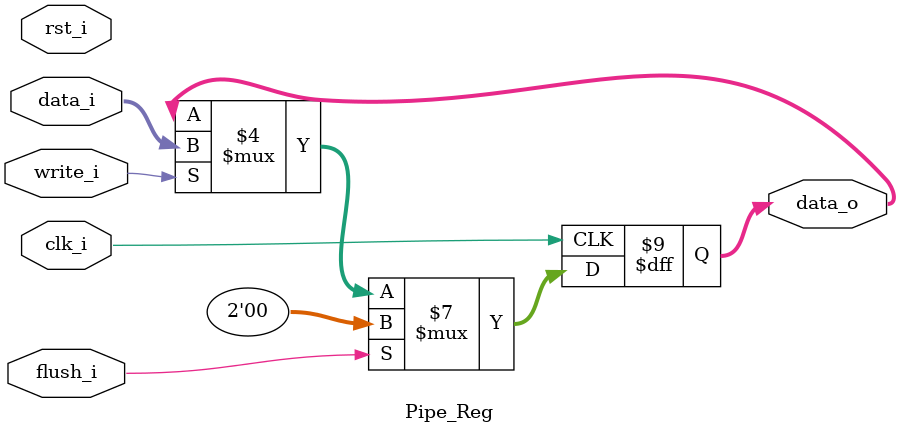
<source format=v>
module Pipe_Reg(
    clk_i,
	rst_i,
	data_i,
	write_i,
	flush_i,
	data_o
	);

parameter size = 0;

input					clk_i;		  
input					rst_i;
input		[size-1: 0]	data_i;
input					write_i;
input 					flush_i;
output reg	[size-1: 0]	data_o;

always @(posedge clk_i) begin
    if(~rst_i)
        data_o <= 0;
    if(flush_i)
    	data_o <= 0;
    else begin
	    if(write_i)
	        data_o <= data_i;
	    else
	    	data_o <= data_o;
    end
end

endmodule	
</source>
